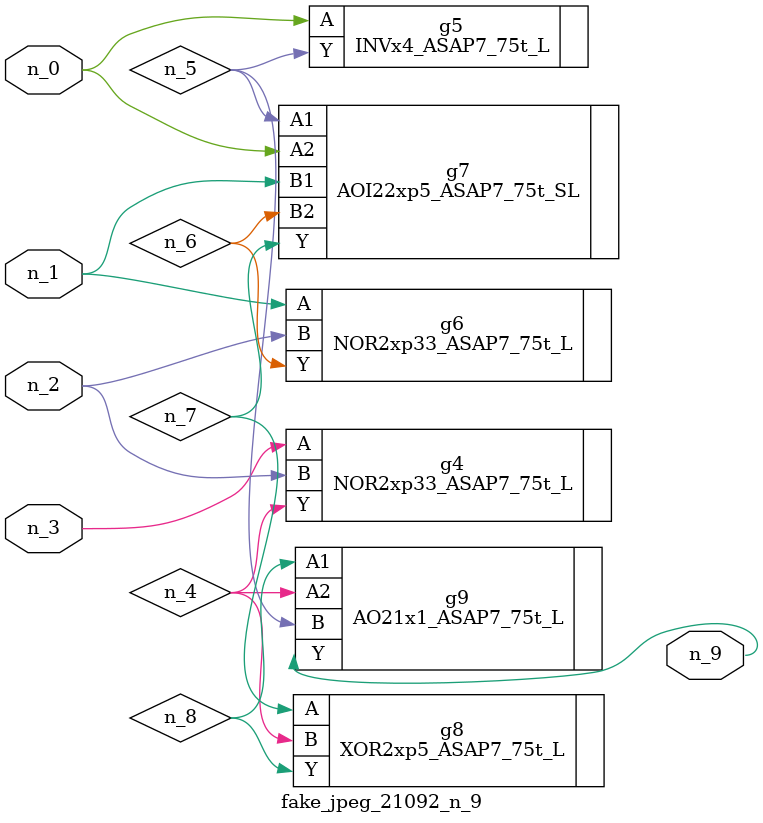
<source format=v>
module fake_jpeg_21092_n_9 (n_0, n_3, n_2, n_1, n_9);

input n_0;
input n_3;
input n_2;
input n_1;

output n_9;

wire n_4;
wire n_8;
wire n_6;
wire n_5;
wire n_7;

NOR2xp33_ASAP7_75t_L g4 ( 
.A(n_3),
.B(n_2),
.Y(n_4)
);

INVx4_ASAP7_75t_L g5 ( 
.A(n_0),
.Y(n_5)
);

NOR2xp33_ASAP7_75t_L g6 ( 
.A(n_1),
.B(n_2),
.Y(n_6)
);

AOI22xp5_ASAP7_75t_SL g7 ( 
.A1(n_5),
.A2(n_0),
.B1(n_1),
.B2(n_6),
.Y(n_7)
);

XOR2xp5_ASAP7_75t_L g8 ( 
.A(n_7),
.B(n_4),
.Y(n_8)
);

AO21x1_ASAP7_75t_L g9 ( 
.A1(n_8),
.A2(n_4),
.B(n_5),
.Y(n_9)
);


endmodule
</source>
